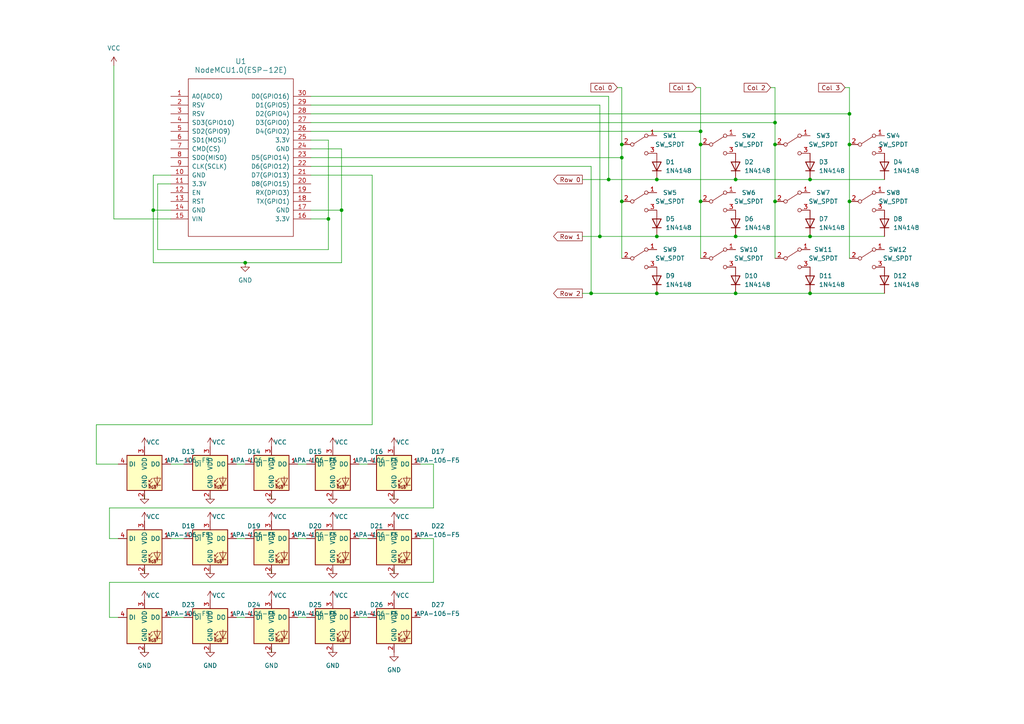
<source format=kicad_sch>
(kicad_sch (version 20230121) (generator eeschema)
  (paper "A4")
  (title_block (title "Master Control Panel") (date "2023-07-10") (rev "1"))
  (lib_symbols
    (symbol "Diode:1N4148" (pin_numbers hide) (pin_names hide)
      (property "Reference" "D" (at 0 2.54 0))
      (property "Value" "1N4148" (at 0 -2.54 0))
      (symbol "1N4148_0_1"
        (polyline (pts (xy -1.27 1.27) (xy -1.27 -1.27)) (stroke (width 0.254)))
        (polyline (pts (xy 1.27 0) (xy -1.27 0)))
        (polyline (pts (xy 1.27 1.27) (xy 1.27 -1.27) (xy -1.27 0) (xy 1.27 1.27)) (stroke (width 0.254)))
      )
      (symbol "1N4148_1_1"
        (pin passive line (at -3.81 0 0) (length 2.54) (name "K") (number "1"))
        (pin passive line (at 3.81 0 180) (length 2.54) (name "A") (number "2"))
      )
    )
    (symbol "ESP8266:NodeMCU1.0(ESP-12E)" (pin_names (offset 1.016))
      (property "Reference" "U" (at 0 21.59 0))
      (property "Value" "NodeMCU1.0(ESP-12E)" (at 0 -21.59 0))
      (symbol "NodeMCU1.0(ESP-12E)_0_1"
        (rectangle (start -15.24 -22.86) (end 15.24 22.86))
      )
      (symbol "NodeMCU1.0(ESP-12E)_1_1"
        (pin input line (at -20.32 17.78 0) (length 5.08) (name "A0(ADC0)") (number "1"))
        (pin input line (at -20.32 -5.08 0) (length 5.08) (name "GND") (number "10"))
        (pin input line (at -20.32 -7.62 0) (length 5.08) (name "3.3V") (number "11"))
        (pin input line (at -20.32 -10.16 0) (length 5.08) (name "EN") (number "12"))
        (pin input line (at -20.32 -12.7 0) (length 5.08) (name "RST") (number "13"))
        (pin input line (at -20.32 -15.24 0) (length 5.08) (name "GND") (number "14"))
        (pin input line (at -20.32 -17.78 0) (length 5.08) (name "VIN") (number "15"))
        (pin input line (at 20.32 -17.78 180) (length 5.08) (name "3.3V") (number "16"))
        (pin input line (at 20.32 -15.24 180) (length 5.08) (name "GND") (number "17"))
        (pin input line (at 20.32 -12.7 180) (length 5.08) (name "TX(GPIO1)") (number "18"))
        (pin input line (at 20.32 -10.16 180) (length 5.08) (name "RX(DPIO3)") (number "19"))
        (pin input line (at -20.32 15.24 0) (length 5.08) (name "RSV") (number "2"))
        (pin input line (at 20.32 -7.62 180) (length 5.08) (name "D8(GPIO15)") (number "20"))
        (pin input line (at 20.32 -5.08 180) (length 5.08) (name "D7(GPIO13)") (number "21"))
        (pin input line (at 20.32 -2.54 180) (length 5.08) (name "D6(GPIO12)") (number "22"))
        (pin input line (at 20.32 0 180) (length 5.08) (name "D5(GPIO14)") (number "23"))
        (pin input line (at 20.32 2.54 180) (length 5.08) (name "GND") (number "24"))
        (pin input line (at 20.32 5.08 180) (length 5.08) (name "3.3V") (number "25"))
        (pin input line (at 20.32 7.62 180) (length 5.08) (name "D4(GPIO2)") (number "26"))
        (pin input line (at 20.32 10.16 180) (length 5.08) (name "D3(GPIO0)") (number "27"))
        (pin input line (at 20.32 12.7 180) (length 5.08) (name "D2(GPIO4)") (number "28"))
        (pin input line (at 20.32 15.24 180) (length 5.08) (name "D1(GPIO5)") (number "29"))
        (pin input line (at -20.32 12.7 0) (length 5.08) (name "RSV") (number "3"))
        (pin input line (at 20.32 17.78 180) (length 5.08) (name "D0(GPIO16)") (number "30"))
        (pin input line (at -20.32 10.16 0) (length 5.08) (name "SD3(GPIO10)") (number "4"))
        (pin input line (at -20.32 7.62 0) (length 5.08) (name "SD2(GPIO9)") (number "5"))
        (pin input line (at -20.32 5.08 0) (length 5.08) (name "SD1(MOSI)") (number "6"))
        (pin input line (at -20.32 2.54 0) (length 5.08) (name "CMD(CS)") (number "7"))
        (pin input line (at -20.32 0 0) (length 5.08) (name "SDO(MISO)") (number "8"))
        (pin input line (at -20.32 -2.54 0) (length 5.08) (name "CLK(SCLK)") (number "9"))
      )
    )
    (symbol "LED:APA-106-F5"
      (property "Reference" "D" (at 5.08 5.715 0))
      (property "Value" "APA-106-F5" (at 1.27 -5.715 0))
      (symbol "APA-106-F5_0_0"
        (text "RGB" (at 2.286 -4.191 0) (effects (font (size 0.762 0.762))))
      )
      (symbol "APA-106-F5_0_1"
        (polyline (pts (xy 1.27 -3.556) (xy 1.778 -3.556)))
        (polyline (pts (xy 1.27 -2.54) (xy 1.778 -2.54)))
        (polyline (pts (xy 4.699 -3.556) (xy 2.667 -3.556)))
        (polyline (pts (xy 2.286 -2.54) (xy 1.27 -3.556) (xy 1.27 -3.048)))
        (polyline (pts (xy 2.286 -1.524) (xy 1.27 -2.54) (xy 1.27 -2.032)))
        (polyline (pts (xy 3.683 -1.016) (xy 3.683 -3.556) (xy 3.683 -4.064)))
        (polyline (pts (xy 4.699 -1.524) (xy 2.667 -1.524) (xy 3.683 -3.556) (xy 4.699 -1.524)))
        (rectangle (start 5.08 5.08) (end -5.08 -5.08) (stroke (width 0.254)) (fill (type background)))
      )
      (symbol "APA-106-F5_1_1"
        (pin output line (at 7.62 2.54 180) (length 2.54) (name "DO") (number "1"))
        (pin power_in line (at 0 -7.62 90) (length 2.54) (name "GND") (number "2"))
        (pin power_in line (at 0 7.62 270) (length 2.54) (name "VDD") (number "3"))
        (pin input line (at -7.62 2.54 0) (length 2.54) (name "DI") (number "4"))
      )
    )
    (symbol "Switch:SW_SPDT" (pin_names (offset 0) hide)
      (property "Reference" "SW" (at 0 4.318 0))
      (property "Value" "SW_SPDT" (at 0 -5.08 0))
      (symbol "SW_SPDT_0_0"
        (circle (center -2.032 0) (radius 0.508))
        (circle (center 2.032 -2.54) (radius 0.508))
      )
      (symbol "SW_SPDT_0_1"
        (polyline (pts (xy -1.524 0.254) (xy 1.651 2.286)))
        (circle (center 2.032 2.54) (radius 0.508))
      )
      (symbol "SW_SPDT_1_1"
        (pin passive line (at 5.08 2.54 180) (length 2.54) (name "A") (number "1"))
        (pin passive line (at -5.08 0 0) (length 2.54) (name "B") (number "2"))
        (pin passive line (at 5.08 -2.54 180) (length 2.54) (name "C") (number "3"))
      )
    )
    (symbol "power:GND" (power) (pin_names (offset 0))
      (property "Value" "GND" (at 0 -3.81 0))
      (symbol "GND_0_1"
        (polyline (pts (xy 0 0) (xy 0 -1.27) (xy 1.27 -1.27) (xy 0 -2.54) (xy -1.27 -1.27) (xy 0 -1.27)))
      )
      (symbol "GND_1_1"
        (pin power_in line (at 0 0 270) (length 0) hide (name "GND") (number "1"))
      )
    )
    (symbol "power:VCC" (power) (pin_names (offset 0))
      (property "Value" "VCC" (at 0 3.81 0))
      (symbol "VCC_0_1"
        (polyline (pts (xy -0.762 1.27) (xy 0 2.54)))
        (polyline (pts (xy 0 0) (xy 0 2.54)))
        (polyline (pts (xy 0 2.54) (xy 0.762 1.27)))
      )
      (symbol "VCC_1_1"
        (pin power_in line (at 0 0 90) (length 0) hide (name "VCC") (number "1"))
      )
    )
  )
  (junction (at 180.34 45.72))
  (junction (at 190.5 68.58))
  (junction (at 246.38 41.91))
  (junction (at 246.38 33.02))
  (junction (at 203.2 41.91))
  (junction (at 190.5 85.09))
  (junction (at 213.36 52.07))
  (junction (at 176.53 52.07))
  (junction (at 44.45 60.96))
  (junction (at 173.99 68.58))
  (junction (at 234.95 85.09))
  (junction (at 246.38 58.42))
  (junction (at 224.79 58.42))
  (junction (at 203.2 58.42))
  (junction (at 234.95 68.58))
  (junction (at 190.5 52.07))
  (junction (at 224.79 35.56))
  (junction (at 99.06 60.96))
  (junction (at 180.34 58.42))
  (junction (at 171.45 85.09))
  (junction (at 180.34 41.91))
  (junction (at 203.2 38.1))
  (junction (at 213.36 85.09))
  (junction (at 213.36 68.58))
  (junction (at 224.79 41.91))
  (junction (at 71.12 76.2))
  (junction (at 234.95 52.07))
  (junction (at 95.25 63.5))
  (wire (pts (xy 41.91 187.96) (xy 41.91 189.23)))
  (wire (pts (xy 41.91 143.51) (xy 41.91 144.78)))
  (wire (pts (xy 44.45 76.2) (xy 71.12 76.2)))
  (wire (pts (xy 90.17 35.56) (xy 224.79 35.56)))
  (wire (pts (xy 31.75 156.21) (xy 34.29 156.21)))
  (wire (pts (xy 104.14 156.21) (xy 106.68 156.21)))
  (wire (pts (xy 90.17 27.94) (xy 176.53 27.94)))
  (wire (pts (xy 180.34 58.42) (xy 180.34 74.93)))
  (wire (pts (xy 114.3 165.1) (xy 114.3 166.37)))
  (wire (pts (xy 49.53 53.34) (xy 45.72 53.34)))
  (wire (pts (xy 234.95 85.09) (xy 256.54 85.09)))
  (wire (pts (xy 246.38 41.91) (xy 246.38 58.42)))
  (wire (pts (xy 99.06 43.18) (xy 99.06 60.96)))
  (wire (pts (xy 45.72 72.39) (xy 95.25 72.39)))
  (wire (pts (xy 179.07 25.4) (xy 180.34 25.4)))
  (wire (pts (xy 49.53 156.21) (xy 53.34 156.21)))
  (wire (pts (xy 90.17 38.1) (xy 203.2 38.1)))
  (wire (pts (xy 201.93 25.4) (xy 203.2 25.4)))
  (wire (pts (xy 95.25 40.64) (xy 90.17 40.64)))
  (wire (pts (xy 176.53 27.94) (xy 176.53 52.07)))
  (wire (pts (xy 31.75 147.32) (xy 31.75 156.21)))
  (wire (pts (xy 246.38 58.42) (xy 246.38 74.93)))
  (wire (pts (xy 49.53 134.62) (xy 53.34 134.62)))
  (wire (pts (xy 246.38 33.02) (xy 246.38 41.91)))
  (wire (pts (xy 96.52 165.1) (xy 96.52 166.37)))
  (wire (pts (xy 190.5 85.09) (xy 213.36 85.09)))
  (wire (pts (xy 49.53 179.07) (xy 53.34 179.07)))
  (wire (pts (xy 171.45 85.09) (xy 190.5 85.09)))
  (wire (pts (xy 78.74 187.96) (xy 78.74 189.23)))
  (wire (pts (xy 99.06 76.2) (xy 71.12 76.2)))
  (wire (pts (xy 224.79 41.91) (xy 224.79 58.42)))
  (wire (pts (xy 224.79 58.42) (xy 224.79 74.93)))
  (wire (pts (xy 45.72 53.34) (xy 45.72 72.39)))
  (wire (pts (xy 173.99 30.48) (xy 173.99 68.58)))
  (wire (pts (xy 68.58 156.21) (xy 71.12 156.21)))
  (wire (pts (xy 125.73 156.21) (xy 125.73 168.91)))
  (wire (pts (xy 95.25 63.5) (xy 95.25 40.64)))
  (wire (pts (xy 246.38 25.4) (xy 246.38 33.02)))
  (wire (pts (xy 90.17 43.18) (xy 99.06 43.18)))
  (wire (pts (xy 27.94 134.62) (xy 34.29 134.62)))
  (wire (pts (xy 60.96 187.96) (xy 60.96 189.23)))
  (wire (pts (xy 107.95 50.8) (xy 90.17 50.8)))
  (wire (pts (xy 41.91 165.1) (xy 41.91 166.37)))
  (wire (pts (xy 107.95 123.19) (xy 107.95 50.8)))
  (wire (pts (xy 125.73 147.32) (xy 31.75 147.32)))
  (wire (pts (xy 223.52 25.4) (xy 224.79 25.4)))
  (wire (pts (xy 49.53 50.8) (xy 44.45 50.8)))
  (wire (pts (xy 44.45 60.96) (xy 49.53 60.96)))
  (wire (pts (xy 190.5 52.07) (xy 213.36 52.07)))
  (wire (pts (xy 33.02 63.5) (xy 33.02 19.05)))
  (wire (pts (xy 203.2 58.42) (xy 203.2 74.93)))
  (wire (pts (xy 173.99 68.58) (xy 190.5 68.58)))
  (wire (pts (xy 114.3 143.51) (xy 114.3 144.78)))
  (wire (pts (xy 168.91 68.58) (xy 173.99 68.58)))
  (wire (pts (xy 245.11 25.4) (xy 246.38 25.4)))
  (wire (pts (xy 168.91 85.09) (xy 171.45 85.09)))
  (wire (pts (xy 90.17 60.96) (xy 99.06 60.96)))
  (wire (pts (xy 171.45 48.26) (xy 171.45 85.09)))
  (wire (pts (xy 168.91 52.07) (xy 176.53 52.07)))
  (wire (pts (xy 224.79 25.4) (xy 224.79 35.56)))
  (wire (pts (xy 234.95 52.07) (xy 256.54 52.07)))
  (wire (pts (xy 190.5 68.58) (xy 213.36 68.58)))
  (wire (pts (xy 27.94 123.19) (xy 27.94 134.62)))
  (wire (pts (xy 44.45 50.8) (xy 44.45 60.96)))
  (wire (pts (xy 31.75 168.91) (xy 125.73 168.91)))
  (wire (pts (xy 104.14 134.62) (xy 106.68 134.62)))
  (wire (pts (xy 96.52 187.96) (xy 96.52 189.23)))
  (wire (pts (xy 125.73 134.62) (xy 125.73 147.32)))
  (wire (pts (xy 121.92 156.21) (xy 125.73 156.21)))
  (wire (pts (xy 44.45 60.96) (xy 44.45 76.2)))
  (wire (pts (xy 180.34 41.91) (xy 180.34 45.72)))
  (wire (pts (xy 90.17 45.72) (xy 180.34 45.72)))
  (wire (pts (xy 49.53 63.5) (xy 33.02 63.5)))
  (wire (pts (xy 180.34 45.72) (xy 180.34 58.42)))
  (wire (pts (xy 213.36 85.09) (xy 234.95 85.09)))
  (wire (pts (xy 60.96 143.51) (xy 60.96 144.78)))
  (wire (pts (xy 68.58 179.07) (xy 71.12 179.07)))
  (wire (pts (xy 203.2 25.4) (xy 203.2 38.1)))
  (wire (pts (xy 90.17 63.5) (xy 95.25 63.5)))
  (wire (pts (xy 68.58 134.62) (xy 71.12 134.62)))
  (wire (pts (xy 121.92 134.62) (xy 125.73 134.62)))
  (wire (pts (xy 86.36 134.62) (xy 88.9 134.62)))
  (wire (pts (xy 96.52 143.51) (xy 96.52 144.78)))
  (wire (pts (xy 86.36 179.07) (xy 88.9 179.07)))
  (wire (pts (xy 224.79 35.56) (xy 224.79 41.91)))
  (wire (pts (xy 31.75 168.91) (xy 31.75 179.07)))
  (wire (pts (xy 176.53 52.07) (xy 190.5 52.07)))
  (wire (pts (xy 203.2 38.1) (xy 203.2 41.91)))
  (wire (pts (xy 203.2 41.91) (xy 203.2 58.42)))
  (wire (pts (xy 78.74 143.51) (xy 78.74 144.78)))
  (wire (pts (xy 213.36 52.07) (xy 234.95 52.07)))
  (wire (pts (xy 99.06 60.96) (xy 99.06 76.2)))
  (wire (pts (xy 234.95 68.58) (xy 256.54 68.58)))
  (wire (pts (xy 213.36 68.58) (xy 234.95 68.58)))
  (wire (pts (xy 90.17 48.26) (xy 171.45 48.26)))
  (wire (pts (xy 86.36 156.21) (xy 88.9 156.21)))
  (wire (pts (xy 90.17 33.02) (xy 246.38 33.02)))
  (wire (pts (xy 27.94 123.19) (xy 107.95 123.19)))
  (wire (pts (xy 180.34 25.4) (xy 180.34 41.91)))
  (wire (pts (xy 78.74 165.1) (xy 78.74 166.37)))
  (wire (pts (xy 104.14 179.07) (xy 106.68 179.07)))
  (wire (pts (xy 95.25 72.39) (xy 95.25 63.5)))
  (wire (pts (xy 60.96 165.1) (xy 60.96 166.37)))
  (wire (pts (xy 31.75 179.07) (xy 34.29 179.07)))
  (wire (pts (xy 90.17 30.48) (xy 173.99 30.48)))
  (global_label "Col 1" (shape input) (at 201.93 25.4 180) (property "Intersheetrefs" "${INTERSHEET_REFS}" (effects hide)))
  (global_label "Col 2" (shape input) (at 223.52 25.4 180) (property "Intersheetrefs" "${INTERSHEET_REFS}" (effects hide)))
  (global_label "Row 0" (shape output) (at 168.91 52.07 180) (property "Intersheetrefs" "${INTERSHEET_REFS}" (effects hide)))
  (global_label "Col 3" (shape input) (at 245.11 25.4 180) (property "Intersheetrefs" "${INTERSHEET_REFS}" (effects hide)))
  (global_label "Row 2" (shape output) (at 168.91 85.09 180) (property "Intersheetrefs" "${INTERSHEET_REFS}" (effects hide)))
  (global_label "Col 0" (shape input) (at 179.07 25.4 180) (property "Intersheetrefs" "${INTERSHEET_REFS}" (effects hide)))
  (global_label "Row 1" (shape output) (at 168.91 68.58 180) (property "Intersheetrefs" "${INTERSHEET_REFS}" (effects hide)))
  (symbol (lib_id "LED:APA-106-F5") (at 78.74 158.75 0) (unit 1)
    (property "Reference" "D20" (at 91.44 152.5621 0))
    (property "Value" "APA-106-F5" (at 91.44 155.1021 0))
    (property "Footprint" "LED_THT:LED_D5.0mm-4_RGB" (effects hide))
    (property "Datasheet" "https://cdn.sparkfun.com/datasheets/Components/LED/COM-12877.pdf" (effects hide))
  )
  (symbol (lib_id "Switch:SW_SPDT") (at 185.42 41.91 0) (unit 1)
    (property "Reference" "SW1" (at 194.31 39.37 0))
    (property "Value" "SW_SPDT" (at 194.31 41.91 0))
    (property "Footprint" "toggle:SW_100SP1T1B4M2QE" (effects hide))
  )
  (symbol (lib_id "power:GND") (at 96.52 165.1 0) (unit 1)
    (property "Reference" "#PWR07" (effects hide))
    (property "Value" "GND" (effects hide))
  )
  (symbol (lib_id "Diode:1N4148") (at 190.5 48.26 90) (unit 1)
    (property "Reference" "D1" (at 193.04 46.99 90) (effects (justify right)))
    (property "Value" "1N4148" (at 193.04 49.53 90) (effects (justify right)))
    (property "Footprint" "Diode_THT:D_DO-35_SOD27_P7.62mm_Horizontal" (effects hide))
    (property "Datasheet" "https://assets.nexperia.com/documents/data-sheet/1N4148_1N4448.pdf" (effects hide))
    (property "Sim.Device" "D" (effects hide))
    (property "Sim.Pins" "1=K 2=A" (effects hide))
  )
  (symbol (lib_id "LED:APA-106-F5") (at 60.96 137.16 0) (unit 1)
    (property "Reference" "D14" (at 73.66 130.9721 0))
    (property "Value" "APA-106-F5" (at 73.66 133.5121 0))
    (property "Footprint" "LED_THT:LED_D5.0mm-4_RGB" (effects hide))
    (property "Datasheet" "https://cdn.sparkfun.com/datasheets/Components/LED/COM-12877.pdf" (effects hide))
  )
  (symbol (lib_id "LED:APA-106-F5") (at 114.3 181.61 0) (unit 1)
    (property "Reference" "D27" (at 127 175.4221 0))
    (property "Value" "APA-106-F5" (at 127 177.9621 0))
    (property "Footprint" "LED_THT:LED_D5.0mm-4_RGB" (effects hide))
    (property "Datasheet" "https://cdn.sparkfun.com/datasheets/Components/LED/COM-12877.pdf" (effects hide))
  )
  (symbol (lib_id "power:GND") (at 78.74 165.1 0) (unit 1)
    (property "Reference" "#PWR06" (effects hide))
    (property "Value" "GND" (effects hide))
  )
  (symbol (lib_id "power:VCC") (at 78.74 151.13 0) (unit 1)
    (property "Reference" "#PWR023" (effects hide))
    (property "Value" "VCC" (at 81.28 149.86 0))
  )
  (symbol (lib_id "Switch:SW_SPDT") (at 208.28 74.93 0) (unit 1)
    (property "Reference" "SW10" (at 217.17 72.39 0))
    (property "Value" "SW_SPDT" (at 217.17 74.93 0))
    (property "Footprint" "toggle:SW_100SP1T1B4M2QE" (effects hide))
  )
  (symbol (lib_id "power:GND") (at 41.91 187.96 0) (unit 1)
    (property "Reference" "#PWR011" (effects hide))
    (property "Value" "GND" (at 41.91 193.04 0))
  )
  (symbol (lib_id "power:VCC") (at 96.52 173.99 0) (unit 1)
    (property "Reference" "#PWR027" (effects hide))
    (property "Value" "VCC" (at 99.06 172.72 0))
  )
  (symbol (lib_id "power:GND") (at 114.3 189.23 0) (unit 1)
    (property "Reference" "#PWR02" (effects hide))
    (property "Value" "GND" (at 114.3 194.31 0))
  )
  (symbol (lib_id "power:VCC") (at 96.52 151.13 0) (unit 1)
    (property "Reference" "#PWR024" (effects hide))
    (property "Value" "VCC" (at 99.06 149.86 0))
  )
  (symbol (lib_id "Diode:1N4148") (at 234.95 81.28 90) (unit 1)
    (property "Reference" "D11" (at 237.49 80.01 90) (effects (justify right)))
    (property "Value" "1N4148" (at 237.49 82.55 90) (effects (justify right)))
    (property "Footprint" "Diode_THT:D_DO-35_SOD27_P7.62mm_Horizontal" (effects hide))
    (property "Datasheet" "https://assets.nexperia.com/documents/data-sheet/1N4148_1N4448.pdf" (effects hide))
    (property "Sim.Device" "D" (effects hide))
    (property "Sim.Pins" "1=K 2=A" (effects hide))
  )
  (symbol (lib_id "Diode:1N4148") (at 213.36 81.28 90) (unit 1)
    (property "Reference" "D10" (at 215.9 80.01 90) (effects (justify right)))
    (property "Value" "1N4148" (at 215.9 82.55 90) (effects (justify right)))
    (property "Footprint" "Diode_THT:D_DO-35_SOD27_P7.62mm_Horizontal" (effects hide))
    (property "Datasheet" "https://assets.nexperia.com/documents/data-sheet/1N4148_1N4448.pdf" (effects hide))
    (property "Sim.Device" "D" (effects hide))
    (property "Sim.Pins" "1=K 2=A" (effects hide))
  )
  (symbol (lib_id "ESP8266:NodeMCU1.0(ESP-12E)") (at 69.85 45.72 0) (unit 1)
    (property "Reference" "U1" (at 69.85 17.78 0) (effects (font (size 1.524 1.524))))
    (property "Value" "NodeMCU1.0(ESP-12E)" (at 69.85 20.32 0) (effects (font (size 1.524 1.524))))
    (property "Footprint" "esp8266:NodeMCU1.0(12-E)" (effects hide))
  )
  (symbol (lib_id "power:VCC") (at 78.74 173.99 0) (unit 1)
    (property "Reference" "#PWR026" (effects hide))
    (property "Value" "VCC" (at 81.28 172.72 0))
  )
  (symbol (lib_id "Switch:SW_SPDT") (at 251.46 74.93 0) (unit 1)
    (property "Reference" "SW12" (at 260.35 72.39 0))
    (property "Value" "SW_SPDT" (at 260.35 74.93 0))
    (property "Footprint" "toggle:SW_100SP1T1B4M2QE" (effects hide))
  )
  (symbol (lib_id "Switch:SW_SPDT") (at 185.42 58.42 0) (unit 1)
    (property "Reference" "SW5" (at 194.31 55.88 0))
    (property "Value" "SW_SPDT" (at 194.31 58.42 0))
    (property "Footprint" "toggle:SW_100SP1T1B4M2QE" (effects hide))
  )
  (symbol (lib_id "Switch:SW_SPDT") (at 251.46 58.42 0) (unit 1)
    (property "Reference" "SW8" (at 259.08 55.88 0))
    (property "Value" "SW_SPDT" (at 259.08 58.42 0))
    (property "Footprint" "toggle:SW_100SP1T1B4M2QE" (effects hide))
  )
  (symbol (lib_id "power:VCC") (at 60.96 173.99 0) (unit 1)
    (property "Reference" "#PWR025" (effects hide))
    (property "Value" "VCC" (at 63.5 172.72 0))
  )
  (symbol (lib_id "Diode:1N4148") (at 256.54 48.26 90) (unit 1)
    (property "Reference" "D4" (at 259.08 46.99 90) (effects (justify right)))
    (property "Value" "1N4148" (at 259.08 49.53 90) (effects (justify right)))
    (property "Footprint" "Diode_THT:D_DO-35_SOD27_P7.62mm_Horizontal" (effects hide))
    (property "Datasheet" "https://assets.nexperia.com/documents/data-sheet/1N4148_1N4448.pdf" (effects hide))
    (property "Sim.Device" "D" (effects hide))
    (property "Sim.Pins" "1=K 2=A" (effects hide))
  )
  (symbol (lib_id "LED:APA-106-F5") (at 96.52 181.61 0) (unit 1)
    (property "Reference" "D26" (at 109.22 175.4221 0))
    (property "Value" "APA-106-F5" (at 109.22 177.9621 0))
    (property "Footprint" "LED_THT:LED_D5.0mm-4_RGB" (effects hide))
    (property "Datasheet" "https://cdn.sparkfun.com/datasheets/Components/LED/COM-12877.pdf" (effects hide))
  )
  (symbol (lib_id "Diode:1N4148") (at 190.5 64.77 90) (unit 1)
    (property "Reference" "D5" (at 193.04 63.5 90) (effects (justify right)))
    (property "Value" "1N4148" (at 193.04 66.04 90) (effects (justify right)))
    (property "Footprint" "Diode_THT:D_DO-35_SOD27_P7.62mm_Horizontal" (effects hide))
    (property "Datasheet" "https://assets.nexperia.com/documents/data-sheet/1N4148_1N4448.pdf" (effects hide))
    (property "Sim.Device" "D" (effects hide))
    (property "Sim.Pins" "1=K 2=A" (effects hide))
  )
  (symbol (lib_id "Diode:1N4148") (at 234.95 64.77 90) (unit 1)
    (property "Reference" "D7" (at 237.49 63.5 90) (effects (justify right)))
    (property "Value" "1N4148" (at 237.49 66.04 90) (effects (justify right)))
    (property "Footprint" "Diode_THT:D_DO-35_SOD27_P7.62mm_Horizontal" (effects hide))
    (property "Datasheet" "https://assets.nexperia.com/documents/data-sheet/1N4148_1N4448.pdf" (effects hide))
    (property "Sim.Device" "D" (effects hide))
    (property "Sim.Pins" "1=K 2=A" (effects hide))
  )
  (symbol (lib_id "Diode:1N4148") (at 190.5 81.28 90) (unit 1)
    (property "Reference" "D9" (at 193.04 80.01 90) (effects (justify right)))
    (property "Value" "1N4148" (at 193.04 82.55 90) (effects (justify right)))
    (property "Footprint" "Diode_THT:D_DO-35_SOD27_P7.62mm_Horizontal" (effects hide))
    (property "Datasheet" "https://assets.nexperia.com/documents/data-sheet/1N4148_1N4448.pdf" (effects hide))
    (property "Sim.Device" "D" (effects hide))
    (property "Sim.Pins" "1=K 2=A" (effects hide))
  )
  (symbol (lib_id "LED:APA-106-F5") (at 78.74 137.16 0) (unit 1)
    (property "Reference" "D15" (at 91.44 130.9721 0))
    (property "Value" "APA-106-F5" (at 91.44 133.5121 0))
    (property "Footprint" "LED_THT:LED_D5.0mm-4_RGB" (effects hide))
    (property "Datasheet" "https://cdn.sparkfun.com/datasheets/Components/LED/COM-12877.pdf" (effects hide))
  )
  (symbol (lib_id "LED:APA-106-F5") (at 60.96 158.75 0) (unit 1)
    (property "Reference" "D19" (at 73.66 152.5621 0))
    (property "Value" "APA-106-F5" (at 73.66 155.1021 0))
    (property "Footprint" "LED_THT:LED_D5.0mm-4_RGB" (effects hide))
    (property "Datasheet" "https://cdn.sparkfun.com/datasheets/Components/LED/COM-12877.pdf" (effects hide))
  )
  (symbol (lib_id "power:VCC") (at 60.96 129.54 0) (unit 1)
    (property "Reference" "#PWR017" (effects hide))
    (property "Value" "VCC" (at 63.5 128.27 0))
  )
  (symbol (lib_id "power:VCC") (at 41.91 173.99 0) (unit 1)
    (property "Reference" "#PWR08" (effects hide))
    (property "Value" "VCC" (at 44.45 172.72 0))
  )
  (symbol (lib_id "power:VCC") (at 96.52 129.54 0) (unit 1)
    (property "Reference" "#PWR019" (effects hide))
    (property "Value" "VCC" (at 99.06 128.27 0))
  )
  (symbol (lib_id "power:GND") (at 114.3 143.51 0) (unit 1)
    (property "Reference" "#PWR016" (effects hide))
    (property "Value" "GND" (effects hide))
  )
  (symbol (lib_id "Diode:1N4148") (at 213.36 48.26 90) (unit 1)
    (property "Reference" "D2" (at 215.9 46.99 90) (effects (justify right)))
    (property "Value" "1N4148" (at 215.9 49.53 90) (effects (justify right)))
    (property "Footprint" "Diode_THT:D_DO-35_SOD27_P7.62mm_Horizontal" (effects hide))
    (property "Datasheet" "https://assets.nexperia.com/documents/data-sheet/1N4148_1N4448.pdf" (effects hide))
    (property "Sim.Device" "D" (effects hide))
    (property "Sim.Pins" "1=K 2=A" (effects hide))
  )
  (symbol (lib_id "power:VCC") (at 60.96 151.13 0) (unit 1)
    (property "Reference" "#PWR022" (effects hide))
    (property "Value" "VCC" (at 63.5 149.86 0))
  )
  (symbol (lib_id "Switch:SW_SPDT") (at 251.46 41.91 0) (unit 1)
    (property "Reference" "SW4" (at 259.08 39.37 0))
    (property "Value" "SW_SPDT" (at 259.08 41.91 0))
    (property "Footprint" "toggle:SW_100SP1T1B4M2QE" (effects hide))
  )
  (symbol (lib_id "LED:APA-106-F5") (at 114.3 137.16 0) (unit 1)
    (property "Reference" "D17" (at 127 130.9721 0))
    (property "Value" "APA-106-F5" (at 127 133.5121 0))
    (property "Footprint" "LED_THT:LED_D5.0mm-4_RGB" (effects hide))
    (property "Datasheet" "https://cdn.sparkfun.com/datasheets/Components/LED/COM-12877.pdf" (effects hide))
  )
  (symbol (lib_id "power:GND") (at 78.74 143.51 0) (unit 1)
    (property "Reference" "#PWR014" (effects hide))
    (property "Value" "GND" (effects hide))
  )
  (symbol (lib_id "power:VCC") (at 33.02 19.05 0) (unit 1)
    (property "Reference" "#PWR029" (effects hide))
    (property "Value" "VCC" (at 33.02 13.97 0))
  )
  (symbol (lib_id "Switch:SW_SPDT") (at 208.28 58.42 0) (unit 1)
    (property "Reference" "SW6" (at 217.17 55.88 0))
    (property "Value" "SW_SPDT" (at 217.17 58.42 0))
    (property "Footprint" "toggle:SW_100SP1T1B4M2QE" (effects hide))
  )
  (symbol (lib_id "power:GND") (at 60.96 165.1 0) (unit 1)
    (property "Reference" "#PWR09" (effects hide))
    (property "Value" "GND" (effects hide))
  )
  (symbol (lib_id "Diode:1N4148") (at 234.95 48.26 90) (unit 1)
    (property "Reference" "D3" (at 237.49 46.99 90) (effects (justify right)))
    (property "Value" "1N4148" (at 237.49 49.53 90) (effects (justify right)))
    (property "Footprint" "Diode_THT:D_DO-35_SOD27_P7.62mm_Horizontal" (effects hide))
    (property "Datasheet" "https://assets.nexperia.com/documents/data-sheet/1N4148_1N4448.pdf" (effects hide))
    (property "Sim.Device" "D" (effects hide))
    (property "Sim.Pins" "1=K 2=A" (effects hide))
  )
  (symbol (lib_id "power:GND") (at 41.91 165.1 0) (unit 1)
    (property "Reference" "#PWR010" (effects hide))
    (property "Value" "GND" (effects hide))
  )
  (symbol (lib_id "Switch:SW_SPDT") (at 229.87 41.91 0) (unit 1)
    (property "Reference" "SW3" (at 238.76 39.37 0))
    (property "Value" "SW_SPDT" (at 238.76 41.91 0))
    (property "Footprint" "toggle:SW_100SP1T1B4M2QE" (effects hide))
  )
  (symbol (lib_id "power:GND") (at 71.12 76.2 0) (unit 1)
    (property "Reference" "#PWR01" (effects hide))
    (property "Value" "GND" (at 71.12 81.28 0))
  )
  (symbol (lib_id "Switch:SW_SPDT") (at 185.42 74.93 0) (unit 1)
    (property "Reference" "SW9" (at 194.31 72.39 0))
    (property "Value" "SW_SPDT" (at 194.31 74.93 0))
    (property "Footprint" "toggle:SW_100SP1T1B4M2QE" (effects hide))
  )
  (symbol (lib_id "power:VCC") (at 78.74 129.54 0) (unit 1)
    (property "Reference" "#PWR018" (effects hide))
    (property "Value" "VCC" (at 81.28 128.27 0))
  )
  (symbol (lib_id "Diode:1N4148") (at 256.54 64.77 90) (unit 1)
    (property "Reference" "D8" (at 259.08 63.5 90) (effects (justify right)))
    (property "Value" "1N4148" (at 259.08 66.04 90) (effects (justify right)))
    (property "Footprint" "Diode_THT:D_DO-35_SOD27_P7.62mm_Horizontal" (effects hide))
    (property "Datasheet" "https://assets.nexperia.com/documents/data-sheet/1N4148_1N4448.pdf" (effects hide))
    (property "Sim.Device" "D" (effects hide))
    (property "Sim.Pins" "1=K 2=A" (effects hide))
  )
  (symbol (lib_id "LED:APA-106-F5") (at 41.91 137.16 0) (unit 1)
    (property "Reference" "D13" (at 54.61 130.9721 0))
    (property "Value" "APA-106-F5" (at 54.61 133.5121 0))
    (property "Footprint" "LED_THT:LED_D5.0mm-4_RGB" (effects hide))
    (property "Datasheet" "https://cdn.sparkfun.com/datasheets/Components/LED/COM-12877.pdf" (effects hide))
  )
  (symbol (lib_id "power:GND") (at 114.3 165.1 0) (unit 1)
    (property "Reference" "#PWR030" (effects hide))
    (property "Value" "GND" (effects hide))
  )
  (symbol (lib_id "power:VCC") (at 114.3 173.99 0) (unit 1)
    (property "Reference" "#PWR028" (effects hide))
    (property "Value" "VCC" (at 116.84 172.72 0))
  )
  (symbol (lib_id "power:GND") (at 78.74 187.96 0) (unit 1)
    (property "Reference" "#PWR04" (effects hide))
    (property "Value" "GND" (at 78.74 193.04 0))
  )
  (symbol (lib_id "power:GND") (at 41.91 143.51 0) (unit 1)
    (property "Reference" "#PWR012" (effects hide))
    (property "Value" "GND" (effects hide))
  )
  (symbol (lib_id "LED:APA-106-F5") (at 41.91 181.61 0) (unit 1)
    (property "Reference" "D23" (at 54.61 175.4221 0))
    (property "Value" "APA-106-F5" (at 54.61 177.9621 0))
    (property "Footprint" "LED_THT:LED_D5.0mm-4_RGB" (effects hide))
    (property "Datasheet" "https://cdn.sparkfun.com/datasheets/Components/LED/COM-12877.pdf" (effects hide))
  )
  (symbol (lib_id "power:VCC") (at 114.3 151.13 0) (unit 1)
    (property "Reference" "#PWR031" (effects hide))
    (property "Value" "VCC" (at 116.84 149.86 0))
  )
  (symbol (lib_id "power:GND") (at 60.96 187.96 0) (unit 1)
    (property "Reference" "#PWR05" (effects hide))
    (property "Value" "GND" (at 60.96 193.04 0))
  )
  (symbol (lib_id "LED:APA-106-F5") (at 41.91 158.75 0) (unit 1)
    (property "Reference" "D18" (at 54.61 152.5621 0))
    (property "Value" "APA-106-F5" (at 54.61 155.1021 0))
    (property "Footprint" "LED_THT:LED_D5.0mm-4_RGB" (effects hide))
    (property "Datasheet" "https://cdn.sparkfun.com/datasheets/Components/LED/COM-12877.pdf" (effects hide))
  )
  (symbol (lib_id "LED:APA-106-F5") (at 96.52 158.75 0) (unit 1)
    (property "Reference" "D21" (at 109.22 152.5621 0))
    (property "Value" "APA-106-F5" (at 109.22 155.1021 0))
    (property "Footprint" "LED_THT:LED_D5.0mm-4_RGB" (effects hide))
    (property "Datasheet" "https://cdn.sparkfun.com/datasheets/Components/LED/COM-12877.pdf" (effects hide))
  )
  (symbol (lib_id "LED:APA-106-F5") (at 96.52 137.16 0) (unit 1)
    (property "Reference" "D16" (at 109.22 130.9721 0))
    (property "Value" "APA-106-F5" (at 109.22 133.5121 0))
    (property "Footprint" "LED_THT:LED_D5.0mm-4_RGB" (effects hide))
    (property "Datasheet" "https://cdn.sparkfun.com/datasheets/Components/LED/COM-12877.pdf" (effects hide))
  )
  (symbol (lib_id "power:VCC") (at 114.3 129.54 0) (unit 1)
    (property "Reference" "#PWR020" (effects hide))
    (property "Value" "VCC" (at 116.84 128.27 0))
  )
  (symbol (lib_id "LED:APA-106-F5") (at 60.96 181.61 0) (unit 1)
    (property "Reference" "D24" (at 73.66 175.4221 0))
    (property "Value" "APA-106-F5" (at 73.66 177.9621 0))
    (property "Footprint" "LED_THT:LED_D5.0mm-4_RGB" (effects hide))
    (property "Datasheet" "https://cdn.sparkfun.com/datasheets/Components/LED/COM-12877.pdf" (effects hide))
  )
  (symbol (lib_id "Switch:SW_SPDT") (at 229.87 58.42 0) (unit 1)
    (property "Reference" "SW7" (at 238.76 55.88 0))
    (property "Value" "SW_SPDT" (at 238.76 58.42 0))
    (property "Footprint" "toggle:SW_100SP1T1B4M2QE" (effects hide))
  )
  (symbol (lib_id "LED:APA-106-F5") (at 114.3 158.75 0) (unit 1)
    (property "Reference" "D22" (at 127 152.5621 0))
    (property "Value" "APA-106-F5" (at 127 155.1021 0))
    (property "Footprint" "LED_THT:LED_D5.0mm-4_RGB" (effects hide))
    (property "Datasheet" "https://cdn.sparkfun.com/datasheets/Components/LED/COM-12877.pdf" (effects hide))
  )
  (symbol (lib_id "Switch:SW_SPDT") (at 229.87 74.93 0) (unit 1)
    (property "Reference" "SW11" (at 238.76 72.39 0))
    (property "Value" "SW_SPDT" (at 238.76 74.93 0))
    (property "Footprint" "toggle:SW_100SP1T1B4M2QE" (effects hide))
  )
  (symbol (lib_id "LED:APA-106-F5") (at 78.74 181.61 0) (unit 1)
    (property "Reference" "D25" (at 91.44 175.4221 0))
    (property "Value" "APA-106-F5" (at 91.44 177.9621 0))
    (property "Footprint" "LED_THT:LED_D5.0mm-4_RGB" (effects hide))
    (property "Datasheet" "https://cdn.sparkfun.com/datasheets/Components/LED/COM-12877.pdf" (effects hide))
  )
  (symbol (lib_id "Diode:1N4148") (at 256.54 81.28 90) (unit 1)
    (property "Reference" "D12" (at 259.08 80.01 90) (effects (justify right)))
    (property "Value" "1N4148" (at 259.08 82.55 90) (effects (justify right)))
    (property "Footprint" "Diode_THT:D_DO-35_SOD27_P7.62mm_Horizontal" (effects hide))
    (property "Datasheet" "https://assets.nexperia.com/documents/data-sheet/1N4148_1N4448.pdf" (effects hide))
    (property "Sim.Device" "D" (effects hide))
    (property "Sim.Pins" "1=K 2=A" (effects hide))
  )
  (symbol (lib_id "Switch:SW_SPDT") (at 208.28 41.91 0) (unit 1)
    (property "Reference" "SW2" (at 217.17 39.37 0))
    (property "Value" "SW_SPDT" (at 217.17 41.91 0))
    (property "Footprint" "toggle:SW_100SP1T1B4M2QE" (effects hide))
  )
  (symbol (lib_id "power:GND") (at 60.96 143.51 0) (unit 1)
    (property "Reference" "#PWR013" (effects hide))
    (property "Value" "GND" (effects hide))
  )
  (symbol (lib_id "power:VCC") (at 41.91 129.54 0) (unit 1)
    (property "Reference" "#PWR032" (effects hide))
    (property "Value" "VCC" (at 44.45 128.27 0))
  )
  (symbol (lib_id "power:GND") (at 96.52 187.96 0) (unit 1)
    (property "Reference" "#PWR03" (effects hide))
    (property "Value" "GND" (at 96.52 193.04 0))
  )
  (symbol (lib_id "power:GND") (at 96.52 143.51 0) (unit 1)
    (property "Reference" "#PWR015" (effects hide))
    (property "Value" "GND" (effects hide))
  )
  (symbol (lib_id "power:VCC") (at 41.91 151.13 0) (unit 1)
    (property "Reference" "#PWR021" (effects hide))
    (property "Value" "VCC" (at 44.45 149.86 0))
  )
  (symbol (lib_id "Diode:1N4148") (at 213.36 64.77 90) (unit 1)
    (property "Reference" "D6" (at 215.9 63.5 90) (effects (justify right)))
    (property "Value" "1N4148" (at 215.9 66.04 90) (effects (justify right)))
    (property "Footprint" "Diode_THT:D_DO-35_SOD27_P7.62mm_Horizontal" (effects hide))
    (property "Datasheet" "https://assets.nexperia.com/documents/data-sheet/1N4148_1N4448.pdf" (effects hide))
    (property "Sim.Device" "D" (effects hide))
    (property "Sim.Pins" "1=K 2=A" (effects hide))
  )
)
</source>
